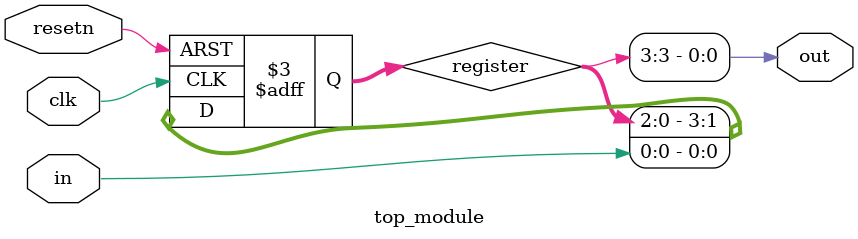
<source format=sv>
module top_module (
	input clk,
	input resetn,
	input in,
	output out
);

reg [3:0] register;

always @(posedge clk or negedge resetn) begin
	if (~resetn)
		register <= 4'b0;
	else
		register <= {register[2:0], in};
end

assign out = register[3];

endmodule

</source>
